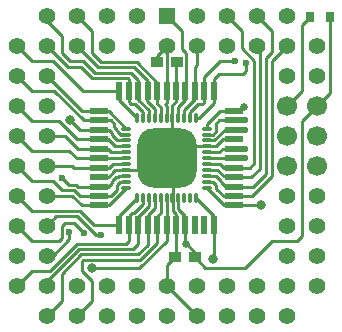
<source format=gbr>
%TF.GenerationSoftware,KiCad,Pcbnew,(6.0.4)*%
%TF.CreationDate,2022-07-16T18:09:19+02:00*%
%TF.ProjectId,AirlabMuxAtmel,4169726c-6162-44d7-9578-41746d656c2e,rev?*%
%TF.SameCoordinates,Original*%
%TF.FileFunction,Copper,L1,Top*%
%TF.FilePolarity,Positive*%
%FSLAX46Y46*%
G04 Gerber Fmt 4.6, Leading zero omitted, Abs format (unit mm)*
G04 Created by KiCad (PCBNEW (6.0.4)) date 2022-07-16 18:09:19*
%MOMM*%
%LPD*%
G01*
G04 APERTURE LIST*
G04 Aperture macros list*
%AMRoundRect*
0 Rectangle with rounded corners*
0 $1 Rounding radius*
0 $2 $3 $4 $5 $6 $7 $8 $9 X,Y pos of 4 corners*
0 Add a 4 corners polygon primitive as box body*
4,1,4,$2,$3,$4,$5,$6,$7,$8,$9,$2,$3,0*
0 Add four circle primitives for the rounded corners*
1,1,$1+$1,$2,$3*
1,1,$1+$1,$4,$5*
1,1,$1+$1,$6,$7*
1,1,$1+$1,$8,$9*
0 Add four rect primitives between the rounded corners*
20,1,$1+$1,$2,$3,$4,$5,0*
20,1,$1+$1,$4,$5,$6,$7,0*
20,1,$1+$1,$6,$7,$8,$9,0*
20,1,$1+$1,$8,$9,$2,$3,0*%
G04 Aperture macros list end*
%TA.AperFunction,SMDPad,CuDef*%
%ADD10R,0.800000X0.950000*%
%TD*%
%TA.AperFunction,SMDPad,CuDef*%
%ADD11R,1.500000X0.550000*%
%TD*%
%TA.AperFunction,SMDPad,CuDef*%
%ADD12R,0.550000X1.500000*%
%TD*%
%TA.AperFunction,SMDPad,CuDef*%
%ADD13R,1.000000X0.900000*%
%TD*%
%TA.AperFunction,SMDPad,CuDef*%
%ADD14O,0.950000X0.300000*%
%TD*%
%TA.AperFunction,SMDPad,CuDef*%
%ADD15O,0.300000X0.950000*%
%TD*%
%TA.AperFunction,SMDPad,CuDef*%
%ADD16RoundRect,1.350000X-1.150000X-1.150000X1.150000X-1.150000X1.150000X1.150000X-1.150000X1.150000X0*%
%TD*%
%TA.AperFunction,ComponentPad*%
%ADD17C,1.700000*%
%TD*%
%TA.AperFunction,ComponentPad*%
%ADD18R,1.422400X1.422400*%
%TD*%
%TA.AperFunction,ComponentPad*%
%ADD19C,1.422400*%
%TD*%
%TA.AperFunction,ViaPad*%
%ADD20C,0.800000*%
%TD*%
%TA.AperFunction,ViaPad*%
%ADD21C,0.600000*%
%TD*%
%TA.AperFunction,ViaPad*%
%ADD22C,0.650000*%
%TD*%
%TA.AperFunction,Conductor*%
%ADD23C,0.250000*%
%TD*%
G04 APERTURE END LIST*
D10*
%TO.P,R1,1,1*%
%TO.N,Net-(C2-Pad1)*%
X111594000Y-54102000D03*
%TO.P,R1,2,2*%
%TO.N,Net-(IC3-Pad34)*%
X109894000Y-54102000D03*
%TD*%
D11*
%TO.P,IC1,1,AC5/ADC5/PA5*%
%TO.N,LCD_E*%
X92090000Y-62040000D03*
%TO.P,IC1,2,AC1OUT/AC6/ADC6/PA6*%
%TO.N,LCD_RS*%
X92090000Y-62840000D03*
%TO.P,IC1,3,AC0OUT/AC7/ADC7/PA7*%
%TO.N,RST_CC*%
X92090000Y-63640000D03*
%TO.P,IC1,4,AREFB/ADC8/PB0*%
%TO.N,STRB1*%
X92090000Y-64440000D03*
%TO.P,IC1,5,ADC9/PB1*%
%TO.N,AS1*%
X92090000Y-65240000D03*
%TO.P,IC1,6,DAC0/ADC10/PB2*%
%TO.N,AS0*%
X92090000Y-66040000D03*
%TO.P,IC1,7,DAC1/ACD11/PB3*%
%TO.N,AS3*%
X92090000Y-66840000D03*
%TO.P,IC1,8,GND*%
%TO.N,Net-(C2-Pad2)*%
X92090000Y-67640000D03*
%TO.P,IC1,9,VCC*%
%TO.N,Net-(C2-Pad1)*%
X92090000Y-68440000D03*
%TO.P,IC1,10,SDAIN/SDA/~{OC0ALS}/OC0A/PC0*%
%TO.N,AS2*%
X92090000Y-69240000D03*
%TO.P,IC1,11,SCLIN/SCL/XCK0/OC0AHS/OC0B/PC1*%
%TO.N,STRB2*%
X92090000Y-70040000D03*
D12*
%TO.P,IC1,12,SDAOUT/RXD0/~{OC0BLS}/OC0C/PC2*%
%TO.N,AS4*%
X93790000Y-71740000D03*
%TO.P,IC1,13,SCLOUT/TXD0/OC0BHS/OC0D/PC3*%
%TO.N,DATA1*%
X94590000Y-71740000D03*
%TO.P,IC1,14,~{SS}/~{OC0CLS}/OC1A/PC4*%
%TO.N,CLK1*%
X95390000Y-71740000D03*
%TO.P,IC1,15,MOSI/XCK1/OC0CHS/OC1B/PC5*%
%TO.N,DATA2*%
X96190000Y-71740000D03*
%TO.P,IC1,16,CLKRTC/MISO/RXD1/~{OC0DLS}/PC6*%
%TO.N,CLK2*%
X96990000Y-71740000D03*
%TO.P,IC1,17,CLKOUT/SCK/TXD1/OC0DHS/PC7*%
%TO.N,CS_CC*%
X97790000Y-71740000D03*
%TO.P,IC1,18,GND*%
%TO.N,Net-(C2-Pad2)*%
X98590000Y-71740000D03*
%TO.P,IC1,19,VCC*%
%TO.N,Net-(C2-Pad1)*%
X99390000Y-71740000D03*
%TO.P,IC1,20,PD0/OC0A*%
%TO.N,unconnected-(IC1-Pad20)*%
X100190000Y-71740000D03*
%TO.P,IC1,21,PD1/OC0B/XCK0*%
%TO.N,unconnected-(IC1-Pad21)*%
X100990000Y-71740000D03*
%TO.P,IC1,22,PD2/OC0C/RXD0*%
%TO.N,SW4*%
X101790000Y-71740000D03*
D11*
%TO.P,IC1,23,PD3/OC0D/TXD0*%
%TO.N,SW3*%
X103490000Y-70040000D03*
%TO.P,IC1,24,PD4/OC1A/~{SS}*%
%TO.N,SW8*%
X103490000Y-69240000D03*
%TO.P,IC1,25,PD5/OC1B/XCK1/MOSI*%
%TO.N,SW7*%
X103490000Y-68440000D03*
%TO.P,IC1,26,PD6/D-/RXD1/MISO*%
%TO.N,SW6*%
X103490000Y-67640000D03*
%TO.P,IC1,27,PD7/D+/TXD1/SCK*%
%TO.N,SW5*%
X103490000Y-66840000D03*
%TO.P,IC1,28,PE0/OC0A/SDA*%
%TO.N,SDA*%
X103490000Y-66040000D03*
%TO.P,IC1,29,PE1/OC0B/XCK0/SCL*%
%TO.N,SCL*%
X103490000Y-65240000D03*
%TO.P,IC1,30,GND*%
%TO.N,Net-(C2-Pad2)*%
X103490000Y-64440000D03*
%TO.P,IC1,31,VCC*%
%TO.N,Net-(C2-Pad1)*%
X103490000Y-63640000D03*
%TO.P,IC1,32,PE2/OC0C/RXD0*%
%TO.N,RXD*%
X103490000Y-62840000D03*
%TO.P,IC1,33,PE3/OC0D/TXD0*%
%TO.N,TXD*%
X103490000Y-62040000D03*
D12*
%TO.P,IC1,34,PDI_DATA*%
%TO.N,Net-(IC3-Pad34)*%
X101790000Y-60340000D03*
%TO.P,IC1,35,~{RESET}/PDI_CLK*%
%TO.N,Net-(IC3-Pad35)*%
X100990000Y-60340000D03*
%TO.P,IC1,36,PR0/XTAL2/TOSC2*%
%TO.N,SW2*%
X100190000Y-60340000D03*
%TO.P,IC1,37,PR1/XTAL1/TOSC1*%
%TO.N,SW1*%
X99390000Y-60340000D03*
%TO.P,IC1,38,GND*%
%TO.N,Net-(C2-Pad2)*%
X98590000Y-60340000D03*
%TO.P,IC1,39,AVCC*%
%TO.N,Net-(C2-Pad1)*%
X97790000Y-60340000D03*
%TO.P,IC1,40,AREFA/AC0/ADC0/PA0*%
%TO.N,LCD_D4*%
X96990000Y-60340000D03*
%TO.P,IC1,41,AC1/ADC1/PA1*%
%TO.N,LCD_D5*%
X96190000Y-60340000D03*
%TO.P,IC1,42,AC2/ADC2/PA2*%
%TO.N,LCD_D6*%
X95390000Y-60340000D03*
%TO.P,IC1,43,AC3/ADC3/PA3*%
%TO.N,LCD_RW*%
X94590000Y-60340000D03*
%TO.P,IC1,44,AC4/ADC4/PA4*%
%TO.N,LCD_D7*%
X93790000Y-60340000D03*
%TD*%
D13*
%TO.P,C3,1,1*%
%TO.N,Net-(C2-Pad1)*%
X96940000Y-57912000D03*
%TO.P,C3,2,2*%
%TO.N,Net-(C2-Pad2)*%
X98640000Y-57912000D03*
%TD*%
%TO.P,C2,1,1*%
%TO.N,Net-(C2-Pad1)*%
X100164000Y-74422000D03*
%TO.P,C2,2,2*%
%TO.N,Net-(C2-Pad2)*%
X98464000Y-74422000D03*
%TD*%
D14*
%TO.P,IC3,1,AC5/ADC5/PA5*%
%TO.N,LCD_E*%
X94390000Y-63540000D03*
%TO.P,IC3,2,AC1OUT/AC6/ADC6/PA6*%
%TO.N,LCD_RS*%
X94390000Y-64040000D03*
%TO.P,IC3,3,AC0OUT/AC7/ADC7/PA7*%
%TO.N,RST_CC*%
X94390000Y-64540000D03*
%TO.P,IC3,4,AREFB/ADC8/PB0*%
%TO.N,STRB1*%
X94390000Y-65040000D03*
%TO.P,IC3,5,ADC9/PB1*%
%TO.N,AS1*%
X94390000Y-65540000D03*
%TO.P,IC3,6,DAC0/ADC10/PB2*%
%TO.N,AS0*%
X94390000Y-66040000D03*
%TO.P,IC3,7,DAC1/ACD11/PB3*%
%TO.N,AS3*%
X94390000Y-66540000D03*
%TO.P,IC3,8,GND*%
%TO.N,Net-(C2-Pad2)*%
X94390000Y-67040000D03*
%TO.P,IC3,9,VCC*%
%TO.N,Net-(C2-Pad1)*%
X94390000Y-67540000D03*
%TO.P,IC3,10,SDAIN/SDA/~{OC0ALS}/OC0A/PC0*%
%TO.N,AS2*%
X94390000Y-68040000D03*
%TO.P,IC3,11,SCLIN/SCL/XCK0/OC0AHS/OC0B/PC1*%
%TO.N,STRB2*%
X94390000Y-68540000D03*
D15*
%TO.P,IC3,12,SDAOUT/RXD0/~{OC0BLS}/OC0C/PC2*%
%TO.N,AS4*%
X95290000Y-69440000D03*
%TO.P,IC3,13,SCLOUT/TXD0/OC0BHS/OC0D/PC3*%
%TO.N,DATA1*%
X95790000Y-69440000D03*
%TO.P,IC3,14,~{SS}/~{OC0CLS}/OC1A/PC4*%
%TO.N,CLK1*%
X96290000Y-69440000D03*
%TO.P,IC3,15,MOSI/XCK1/OC0CHS/OC1B/PC5*%
%TO.N,DATA2*%
X96790000Y-69440000D03*
%TO.P,IC3,16,CLKRTC/MISO/RXD1/~{OC0DLS}/PC6*%
%TO.N,CLK2*%
X97290000Y-69440000D03*
%TO.P,IC3,17,CLKOUT/SCK/TXD1/OC0DHS/PC7*%
%TO.N,CS_CC*%
X97790000Y-69440000D03*
%TO.P,IC3,18,GND*%
%TO.N,Net-(C2-Pad2)*%
X98290000Y-69440000D03*
%TO.P,IC3,19,VCC*%
%TO.N,Net-(C2-Pad1)*%
X98790000Y-69440000D03*
%TO.P,IC3,20,PD0/OC0A*%
%TO.N,unconnected-(IC3-Pad20)*%
X99290000Y-69440000D03*
%TO.P,IC3,21,PD1/OC0B/XCK0*%
%TO.N,unconnected-(IC3-Pad21)*%
X99790000Y-69440000D03*
%TO.P,IC3,22,PD2/OC0C/RXD0*%
%TO.N,SW4*%
X100290000Y-69440000D03*
D14*
%TO.P,IC3,23,PD3/OC0D/TXD0*%
%TO.N,SW3*%
X101190000Y-68540000D03*
%TO.P,IC3,24,PD4/OC1A/~{SS}*%
%TO.N,SW8*%
X101190000Y-68040000D03*
%TO.P,IC3,25,PD5/OC1B/XCK1/MOSI*%
%TO.N,SW7*%
X101190000Y-67540000D03*
%TO.P,IC3,26,PD6/D-/RXD1/MISO*%
%TO.N,SW6*%
X101190000Y-67040000D03*
%TO.P,IC3,27,PD7/D+/TXD1/SCK*%
%TO.N,SW5*%
X101190000Y-66540000D03*
%TO.P,IC3,28,PE0/OC0A/SDA*%
%TO.N,SDA*%
X101190000Y-66040000D03*
%TO.P,IC3,29,PE1/OC0B/XCK0/SCL*%
%TO.N,SCL*%
X101190000Y-65540000D03*
%TO.P,IC3,30,GND*%
%TO.N,Net-(C2-Pad2)*%
X101190000Y-65040000D03*
%TO.P,IC3,31,VCC*%
%TO.N,Net-(C2-Pad1)*%
X101190000Y-64540000D03*
%TO.P,IC3,32,PE2/OC0C/RXD0*%
%TO.N,RXD*%
X101190000Y-64040000D03*
%TO.P,IC3,33,PE3/OC0D/TXD0*%
%TO.N,TXD*%
X101190000Y-63540000D03*
D15*
%TO.P,IC3,34,PDI_DATA*%
%TO.N,Net-(IC3-Pad34)*%
X100290000Y-62640000D03*
%TO.P,IC3,35,~{RESET}/PDI_CLK*%
%TO.N,Net-(IC3-Pad35)*%
X99790000Y-62640000D03*
%TO.P,IC3,36,PR0/XTAL2/TOSC2*%
%TO.N,SW2*%
X99290000Y-62640000D03*
%TO.P,IC3,37,PR1/XTAL1/TOSC1*%
%TO.N,SW1*%
X98790000Y-62640000D03*
%TO.P,IC3,38,GND*%
%TO.N,Net-(C2-Pad2)*%
X98290000Y-62640000D03*
%TO.P,IC3,39,AVCC*%
%TO.N,Net-(C2-Pad1)*%
X97790000Y-62640000D03*
%TO.P,IC3,40,AREFA/AC0/ADC0/PA0*%
%TO.N,LCD_D4*%
X97290000Y-62640000D03*
%TO.P,IC3,41,AC1/ADC1/PA1*%
%TO.N,LCD_D5*%
X96790000Y-62640000D03*
%TO.P,IC3,42,AC2/ADC2/PA2*%
%TO.N,LCD_D6*%
X96290000Y-62640000D03*
%TO.P,IC3,43,AC3/ADC3/PA3*%
%TO.N,LCD_RW*%
X95790000Y-62640000D03*
%TO.P,IC3,44,AC4/ADC4/PA4*%
%TO.N,LCD_D7*%
X95290000Y-62640000D03*
D16*
%TO.P,IC3,45,GND*%
%TO.N,Net-(C2-Pad2)*%
X97790000Y-66040000D03*
%TD*%
D17*
%TO.P,P1,1,P1*%
%TO.N,Net-(IC3-Pad34)*%
X107950000Y-61595000D03*
%TO.P,P1,2,P2*%
%TO.N,Net-(C2-Pad1)*%
X110490000Y-61595000D03*
%TO.P,P1,3,P3*%
%TO.N,unconnected-(P1-Pad3)*%
X107950000Y-64135000D03*
%TO.P,P1,4,P4*%
%TO.N,unconnected-(P1-Pad4)*%
X110490000Y-64135000D03*
%TO.P,P1,5,P5*%
%TO.N,Net-(IC3-Pad35)*%
X107950000Y-66675000D03*
%TO.P,P1,6,P6*%
%TO.N,Net-(C2-Pad2)*%
X110490000Y-66675000D03*
%TD*%
D18*
%TO.P,IC2,1,P5.0-ADC0*%
%TO.N,SW1*%
X97790000Y-53975000D03*
D19*
%TO.P,IC2,2,VDD*%
%TO.N,Net-(C2-Pad1)*%
X97790000Y-56515000D03*
%TO.P,IC2,3,STADC*%
%TO.N,unconnected-(IC2-Pad3)*%
X95250000Y-53975000D03*
%TO.P,IC2,4,PWM0/*%
%TO.N,RST_CC*%
X95250000Y-56515000D03*
%TO.P,IC2,5,PWM1/*%
%TO.N,CS_CC*%
X92710000Y-53975000D03*
%TO.P,IC2,6,EW/*%
%TO.N,unconnected-(IC2-Pad6)*%
X92710000Y-56515000D03*
%TO.P,IC2,7,P4.0-CMSR0*%
%TO.N,LCD_D4*%
X90170000Y-53975000D03*
%TO.P,IC2,8,P4.1-CMSR1*%
%TO.N,LCD_D5*%
X90170000Y-56515000D03*
%TO.P,IC2,9,P4.2-CMSR2*%
%TO.N,LCD_D6*%
X87630000Y-53975000D03*
%TO.P,IC2,10,P4.3-CMSR3*%
%TO.N,LCD_D7*%
X85090000Y-56515000D03*
%TO.P,IC2,11,P4.4-CMSR4*%
%TO.N,LCD_RW*%
X87630000Y-56515000D03*
%TO.P,IC2,12,P4.5-CMSR5*%
%TO.N,LCD_RS*%
X85090000Y-59055000D03*
%TO.P,IC2,13,P4.6-CMT0*%
%TO.N,LCD_E*%
X87630000Y-59055000D03*
%TO.P,IC2,14,P4.7-CMT1*%
%TO.N,STRB1*%
X85090000Y-61595000D03*
%TO.P,IC2,15,RST*%
%TO.N,unconnected-(IC2-Pad15)*%
X87630000Y-61595000D03*
%TO.P,IC2,16,CT0I-P1.0*%
%TO.N,AS0*%
X85090000Y-64135000D03*
%TO.P,IC2,17,CT1I-P1.1*%
%TO.N,AS1*%
X87630000Y-64135000D03*
%TO.P,IC2,18,CT2I-P1.2*%
%TO.N,AS2*%
X85090000Y-66675000D03*
%TO.P,IC2,19,CT3I-P1.3*%
%TO.N,AS3*%
X87630000Y-66675000D03*
%TO.P,IC2,20,T2-P1.4*%
%TO.N,AS4*%
X85090000Y-69215000D03*
%TO.P,IC2,21,RT2-P1.5*%
%TO.N,STRB2*%
X87630000Y-69215000D03*
%TO.P,IC2,22,CSL-P1.6*%
%TO.N,SCL*%
X85090000Y-71755000D03*
%TO.P,IC2,23,SDA-P1.7*%
%TO.N,SDA*%
X87630000Y-71755000D03*
%TO.P,IC2,24,P3.0-RXD*%
%TO.N,RXD*%
X85090000Y-74295000D03*
%TO.P,IC2,25,P3.1-TXD*%
%TO.N,TXD*%
X87630000Y-74295000D03*
%TO.P,IC2,26,P3.2-INT0/*%
%TO.N,DATA1*%
X85090000Y-76835000D03*
%TO.P,IC2,27,P3.3-INT1/*%
%TO.N,DATA2*%
X87630000Y-79375000D03*
%TO.P,IC2,28,P3.4-T0*%
%TO.N,CLK1*%
X87630000Y-76835000D03*
%TO.P,IC2,29,P3.5-T1*%
%TO.N,CLK2*%
X90170000Y-79375000D03*
%TO.P,IC2,30,P3.6-WR/*%
%TO.N,unconnected-(IC2-Pad30)*%
X90170000Y-76835000D03*
%TO.P,IC2,31,P3.7-RD/*%
%TO.N,unconnected-(IC2-Pad31)*%
X92710000Y-79375000D03*
%TO.P,IC2,32,NC1*%
%TO.N,unconnected-(IC2-Pad32)*%
X92710000Y-76835000D03*
%TO.P,IC2,33,NC2*%
%TO.N,unconnected-(IC2-Pad33)*%
X95250000Y-79375000D03*
%TO.P,IC2,34,XTAL2*%
%TO.N,unconnected-(IC2-Pad34)*%
X95250000Y-76835000D03*
%TO.P,IC2,35,XTAL1*%
%TO.N,unconnected-(IC2-Pad35)*%
X97790000Y-79375000D03*
%TO.P,IC2,36,VSS*%
%TO.N,Net-(C2-Pad2)*%
X97790000Y-76835000D03*
%TO.P,IC2,37,VSS@1*%
X100330000Y-79375000D03*
%TO.P,IC2,38,NC3*%
%TO.N,unconnected-(IC2-Pad38)*%
X100330000Y-76835000D03*
%TO.P,IC2,39,A08-P2.0*%
%TO.N,unconnected-(IC2-Pad39)*%
X102870000Y-79375000D03*
%TO.P,IC2,40,A09-P2.1*%
%TO.N,unconnected-(IC2-Pad40)*%
X102870000Y-76835000D03*
%TO.P,IC2,41,A10-P2.2*%
%TO.N,unconnected-(IC2-Pad41)*%
X105410000Y-79375000D03*
%TO.P,IC2,42,A11-P2.3*%
%TO.N,unconnected-(IC2-Pad42)*%
X105410000Y-76835000D03*
%TO.P,IC2,43,A12-P2.4*%
%TO.N,unconnected-(IC2-Pad43)*%
X107950000Y-79375000D03*
%TO.P,IC2,44,A13-P2.5*%
%TO.N,unconnected-(IC2-Pad44)*%
X110490000Y-76835000D03*
%TO.P,IC2,45,A14-P2.6*%
%TO.N,unconnected-(IC2-Pad45)*%
X107950000Y-76835000D03*
%TO.P,IC2,46,A15-P2.7*%
%TO.N,unconnected-(IC2-Pad46)*%
X110490000Y-74295000D03*
%TO.P,IC2,47,PSEN/*%
%TO.N,unconnected-(IC2-Pad47)*%
X107950000Y-74295000D03*
%TO.P,IC2,48,ALE-PROG/*%
%TO.N,unconnected-(IC2-Pad48)*%
X110490000Y-71755000D03*
%TO.P,IC2,49,EA/VPP*%
%TO.N,unconnected-(IC2-Pad49)*%
X107950000Y-71755000D03*
%TO.P,IC2,50,AD7-P0.7*%
%TO.N,unconnected-(IC2-Pad50)*%
X110490000Y-69215000D03*
%TO.P,IC2,51,AD6-P0.6*%
%TO.N,unconnected-(IC2-Pad51)*%
X107950000Y-69215000D03*
%TO.P,IC2,58,AVREF-*%
%TO.N,unconnected-(IC2-Pad58)*%
X110490000Y-59055000D03*
%TO.P,IC2,59,AVREF+*%
%TO.N,unconnected-(IC2-Pad59)*%
X107950000Y-59055000D03*
%TO.P,IC2,60,AVSS*%
%TO.N,unconnected-(IC2-Pad60)*%
X110490000Y-56515000D03*
%TO.P,IC2,61,AVDD*%
%TO.N,unconnected-(IC2-Pad61)*%
X107950000Y-53975000D03*
%TO.P,IC2,62,P5.7-ADC7*%
%TO.N,SW8*%
X107950000Y-56515000D03*
%TO.P,IC2,63,P5.6-ADC6*%
%TO.N,SW7*%
X105410000Y-53975000D03*
%TO.P,IC2,64,P5.5-ADC5*%
%TO.N,SW6*%
X105410000Y-56515000D03*
%TO.P,IC2,65,P5.4-ADC4*%
%TO.N,SW5*%
X102870000Y-53975000D03*
%TO.P,IC2,66,P5.3-ADC3*%
%TO.N,SW4*%
X102870000Y-56515000D03*
%TO.P,IC2,67,P5.2-ADC2*%
%TO.N,SW3*%
X100330000Y-53975000D03*
%TO.P,IC2,68,P5.1-ADC1*%
%TO.N,SW2*%
X100330000Y-56515000D03*
%TD*%
D20*
%TO.N,Net-(C2-Pad2)*%
X97790000Y-67691000D03*
X97790000Y-64389000D03*
X97790000Y-66040000D03*
X99314000Y-66040000D03*
X96266000Y-66040000D03*
X96266000Y-67691000D03*
X99314000Y-67691000D03*
X99314000Y-64389000D03*
X96266000Y-64389000D03*
%TO.N,SW3*%
X105791000Y-69977000D03*
%TO.N,SW4*%
X101727000Y-74549000D03*
D21*
%TO.N,SDA*%
X104404500Y-66050854D03*
X92202000Y-72517000D03*
%TO.N,SCL*%
X90807552Y-72387448D03*
X104398437Y-65251375D03*
%TO.N,RXD*%
X104404500Y-62786637D03*
D22*
%TO.N,TXD*%
X104371266Y-61730234D03*
D21*
X89535000Y-72263000D03*
D22*
%TO.N,Net-(C2-Pad1)*%
X99441000Y-73279000D03*
D21*
X104447206Y-63650673D03*
X88900000Y-67683475D03*
D20*
%TO.N,RST_CC*%
X89624500Y-62797200D03*
%TO.N,CS_CC*%
X91440000Y-75352060D03*
D21*
%TO.N,Net-(IC3-Pad35)*%
X103587224Y-57854317D03*
%TO.N,Net-(IC3-Pad34)*%
X104529562Y-57982458D03*
%TD*%
D23*
%TO.N,Net-(C2-Pad1)*%
X104436533Y-63640000D02*
X104447206Y-63650673D01*
X104497327Y-63650673D02*
X104521000Y-63627000D01*
X103490000Y-63640000D02*
X104436533Y-63640000D01*
X104447206Y-63650673D02*
X104497327Y-63650673D01*
%TO.N,SDA*%
X104393646Y-66040000D02*
X103490000Y-66040000D01*
X104404500Y-66050854D02*
X104393646Y-66040000D01*
%TO.N,SW5*%
X105224520Y-66479480D02*
X104864000Y-66840000D01*
X105224520Y-57794238D02*
X105224520Y-66479480D01*
X104864000Y-66840000D02*
X103490000Y-66840000D01*
X104140000Y-56709718D02*
X105224520Y-57794238D01*
X104140000Y-55245000D02*
X104140000Y-56709718D01*
X102870000Y-53975000D02*
X104140000Y-55245000D01*
%TO.N,Net-(C2-Pad2)*%
X98290000Y-65540000D02*
X97790000Y-66040000D01*
X98290000Y-62640000D02*
X98290000Y-65540000D01*
X98298000Y-70485000D02*
X98298000Y-66548000D01*
X98298000Y-66548000D02*
X97790000Y-66040000D01*
%TO.N,SW4*%
X101790000Y-70940000D02*
X101790000Y-71740000D01*
X100290000Y-69440000D02*
X101790000Y-70940000D01*
%TO.N,Net-(IC3-Pad34)*%
X101790000Y-61405000D02*
X101790000Y-60340000D01*
X100555000Y-62640000D02*
X101790000Y-61405000D01*
X100290000Y-62640000D02*
X100555000Y-62640000D01*
%TO.N,LCD_D7*%
X93790000Y-61151718D02*
X93790000Y-60340000D01*
X95278282Y-62640000D02*
X93790000Y-61151718D01*
X95290000Y-62640000D02*
X95278282Y-62640000D01*
%TO.N,LCD_RS*%
X88264282Y-60325000D02*
X86360000Y-60325000D01*
X86360000Y-60325000D02*
X85090000Y-59055000D01*
X92090000Y-62840000D02*
X90779282Y-62840000D01*
X94390000Y-64040000D02*
X93893928Y-64040000D01*
X93893928Y-64040000D02*
X93614031Y-63760103D01*
X93614031Y-63760103D02*
X93614031Y-63695520D01*
X93345000Y-63426489D02*
X93345000Y-63119000D01*
X93066000Y-62840000D02*
X92090000Y-62840000D01*
X90779282Y-62840000D02*
X88264282Y-60325000D01*
X93345000Y-63119000D02*
X93066000Y-62840000D01*
X93614031Y-63695520D02*
X93345000Y-63426489D01*
%TO.N,SW1*%
X99464511Y-57173511D02*
X99464511Y-60265489D01*
X98790000Y-62640000D02*
X98790000Y-61738000D01*
X99390000Y-61138000D02*
X99390000Y-60340000D01*
X99060000Y-56769000D02*
X99464511Y-57173511D01*
X99060000Y-55245000D02*
X99060000Y-56769000D01*
X99464511Y-60265489D02*
X99390000Y-60340000D01*
X98790000Y-61738000D02*
X99390000Y-61138000D01*
X97790000Y-53975000D02*
X99060000Y-55245000D01*
%TO.N,SW2*%
X100190000Y-61037218D02*
X100190000Y-60340000D01*
X100330000Y-56515000D02*
X100330000Y-58166000D01*
X99290000Y-62640000D02*
X99290000Y-61937218D01*
X99290000Y-61937218D02*
X100190000Y-61037218D01*
X100330000Y-58166000D02*
X100190000Y-58306000D01*
X100190000Y-58306000D02*
X100190000Y-60340000D01*
%TO.N,SW3*%
X103553000Y-69977000D02*
X103490000Y-70040000D01*
X105791000Y-69977000D02*
X103553000Y-69977000D01*
X102690000Y-70040000D02*
X103490000Y-70040000D01*
X101190000Y-68540000D02*
X102690000Y-70040000D01*
%TO.N,SW4*%
X101790000Y-74486000D02*
X101790000Y-71740000D01*
X101727000Y-74549000D02*
X101790000Y-74486000D01*
%TO.N,SW5*%
X102354000Y-66540000D02*
X102654000Y-66840000D01*
X102654000Y-66840000D02*
X103490000Y-66840000D01*
X101190000Y-66540000D02*
X102354000Y-66540000D01*
%TO.N,SW6*%
X102092000Y-67040000D02*
X102616000Y-67564000D01*
X105410000Y-56515000D02*
X105674040Y-56779040D01*
X105674040Y-56779040D02*
X105674040Y-66918960D01*
X102616000Y-67564000D02*
X103414000Y-67564000D01*
X105674040Y-66918960D02*
X104953000Y-67640000D01*
X101190000Y-67040000D02*
X102092000Y-67040000D01*
X104953000Y-67640000D02*
X103490000Y-67640000D01*
X103414000Y-67564000D02*
X103490000Y-67640000D01*
%TO.N,SW7*%
X101190000Y-67540000D02*
X101956282Y-67540000D01*
X106680000Y-57023000D02*
X106172000Y-57531000D01*
X101956282Y-67540000D02*
X102415489Y-67999207D01*
X106172000Y-67411000D02*
X105143000Y-68440000D01*
X106680000Y-55245000D02*
X106680000Y-57023000D01*
X102415489Y-67999207D02*
X102415489Y-68072000D01*
X105143000Y-68440000D02*
X103490000Y-68440000D01*
X106172000Y-57531000D02*
X106172000Y-67411000D01*
X102415489Y-68072000D02*
X102783489Y-68440000D01*
X102783489Y-68440000D02*
X103490000Y-68440000D01*
X105410000Y-53975000D02*
X106680000Y-55245000D01*
%TO.N,SW8*%
X101989520Y-68613542D02*
X102615978Y-69240000D01*
X105003718Y-69215000D02*
X103515000Y-69215000D01*
X107950000Y-56515000D02*
X106680000Y-57785000D01*
X101190000Y-68040000D02*
X101686072Y-68040000D01*
X106680000Y-57785000D02*
X106680000Y-67538718D01*
X103515000Y-69215000D02*
X103490000Y-69240000D01*
X106680000Y-67538718D02*
X105003718Y-69215000D01*
X102615978Y-69240000D02*
X103490000Y-69240000D01*
X101686072Y-68040000D02*
X101989520Y-68343448D01*
X101989520Y-68343448D02*
X101989520Y-68613542D01*
%TO.N,AS0*%
X85090000Y-64135000D02*
X86360000Y-65405000D01*
X89535000Y-65405000D02*
X90170000Y-66040000D01*
X90170000Y-66040000D02*
X92090000Y-66040000D01*
X94390000Y-66040000D02*
X92090000Y-66040000D01*
X86360000Y-65405000D02*
X89535000Y-65405000D01*
%TO.N,AS1*%
X90259000Y-65240000D02*
X92090000Y-65240000D01*
X93099000Y-65540000D02*
X92799000Y-65240000D01*
X89154000Y-64135000D02*
X90259000Y-65240000D01*
X92799000Y-65240000D02*
X92090000Y-65240000D01*
X87630000Y-64135000D02*
X89154000Y-64135000D01*
X94390000Y-65540000D02*
X93099000Y-65540000D01*
%TO.N,LCD_E*%
X94390000Y-63540000D02*
X94390000Y-63528283D01*
X94390000Y-63528283D02*
X92901717Y-62040000D01*
X90615000Y-62040000D02*
X87630000Y-59055000D01*
X92901717Y-62040000D02*
X92090000Y-62040000D01*
X92090000Y-62040000D02*
X90615000Y-62040000D01*
%TO.N,LCD_D4*%
X96990000Y-61427129D02*
X96990000Y-60340000D01*
X97290000Y-62640000D02*
X97290000Y-61727129D01*
X96990000Y-60340000D02*
X96990000Y-59651282D01*
X91440000Y-55245000D02*
X90170000Y-53975000D01*
X96990000Y-59651282D02*
X95250718Y-57912000D01*
X97290000Y-61727129D02*
X96990000Y-61427129D01*
X92202000Y-57912000D02*
X91440000Y-57150000D01*
X95250718Y-57912000D02*
X92202000Y-57912000D01*
X91440000Y-57150000D02*
X91440000Y-55245000D01*
%TO.N,LCD_D5*%
X96790000Y-61862847D02*
X96140076Y-61212923D01*
X96790000Y-62640000D02*
X96790000Y-61862847D01*
X96140076Y-61212923D02*
X96140076Y-60389924D01*
X96190000Y-59487000D02*
X95064520Y-58361520D01*
X92015802Y-58361520D02*
X90170000Y-56515718D01*
X90170000Y-56515718D02*
X90170000Y-56515000D01*
X95064520Y-58361520D02*
X92015802Y-58361520D01*
X96140076Y-60389924D02*
X96190000Y-60340000D01*
X96190000Y-60340000D02*
X96190000Y-59487000D01*
%TO.N,LCD_D6*%
X95390000Y-60340000D02*
X95390000Y-59449000D01*
X95390000Y-61098565D02*
X95390000Y-60340000D01*
X96290000Y-61998565D02*
X95390000Y-61098565D01*
X94752040Y-58811040D02*
X91704040Y-58811040D01*
X95390000Y-59449000D02*
X94752040Y-58811040D01*
X88900000Y-55689500D02*
X87630000Y-54419500D01*
X96290000Y-62640000D02*
X96290000Y-61998565D01*
X90736480Y-57843480D02*
X89594198Y-57843480D01*
X88900000Y-57149282D02*
X88900000Y-55689500D01*
X91704040Y-58811040D02*
X90736480Y-57843480D01*
X87630000Y-54419500D02*
X87630000Y-53975000D01*
X89594198Y-57843480D02*
X88900000Y-57149282D01*
%TO.N,LCD_D7*%
X90693000Y-60340000D02*
X88138000Y-57785000D01*
X93790000Y-60340000D02*
X90693000Y-60340000D01*
X88138000Y-57785000D02*
X86360000Y-57785000D01*
X86360000Y-57785000D02*
X85090000Y-56515000D01*
%TO.N,LCD_RW*%
X95790000Y-62134282D02*
X95123718Y-61468000D01*
X94742000Y-61468000D02*
X94590000Y-61316000D01*
X95123718Y-61468000D02*
X94742000Y-61468000D01*
X87630000Y-56515000D02*
X89408000Y-58293000D01*
X94590000Y-59340000D02*
X94590000Y-60340000D01*
X91517842Y-59260560D02*
X94510560Y-59260560D01*
X94510560Y-59260560D02*
X94590000Y-59340000D01*
X89408000Y-58293000D02*
X90550282Y-58293000D01*
X90550282Y-58293000D02*
X91517842Y-59260560D01*
X95790000Y-62640000D02*
X95790000Y-62134282D01*
X94590000Y-61316000D02*
X94590000Y-60340000D01*
%TO.N,AS2*%
X88958480Y-68765480D02*
X89975198Y-68765480D01*
X93054282Y-69240000D02*
X92090000Y-69240000D01*
X90449718Y-69240000D02*
X92090000Y-69240000D01*
X94390000Y-68040000D02*
X93876480Y-68040000D01*
X89975198Y-68765480D02*
X90449718Y-69240000D01*
X93590480Y-68703802D02*
X93054282Y-69240000D01*
X93590480Y-68326000D02*
X93590480Y-68703802D01*
X86360000Y-67945000D02*
X88138000Y-67945000D01*
X93876480Y-68040000D02*
X93590480Y-68326000D01*
X88138000Y-67945000D02*
X88958480Y-68765480D01*
X85090000Y-66675000D02*
X86360000Y-67945000D01*
%TO.N,AS3*%
X89789000Y-66675000D02*
X89954000Y-66840000D01*
X89954000Y-66840000D02*
X92090000Y-66840000D01*
X87630000Y-66675000D02*
X89789000Y-66675000D01*
X93226000Y-66540000D02*
X92926000Y-66840000D01*
X92926000Y-66840000D02*
X92090000Y-66840000D01*
X94390000Y-66540000D02*
X93226000Y-66540000D01*
%TO.N,AS4*%
X90428520Y-70489520D02*
X91679000Y-71740000D01*
X93790000Y-70940000D02*
X93790000Y-71740000D01*
X95290000Y-69440000D02*
X93790000Y-70940000D01*
X86364520Y-70489520D02*
X90428520Y-70489520D01*
X91679000Y-71740000D02*
X93790000Y-71740000D01*
X85090000Y-69215000D02*
X86364520Y-70489520D01*
%TO.N,STRB2*%
X87630000Y-69215000D02*
X89789000Y-69215000D01*
X90614000Y-70040000D02*
X92090000Y-70040000D01*
X92890000Y-70040000D02*
X92090000Y-70040000D01*
X94390000Y-68540000D02*
X92890000Y-70040000D01*
X89789000Y-69215000D02*
X90614000Y-70040000D01*
%TO.N,SDA*%
X92202000Y-72517000D02*
X91820282Y-72517000D01*
X88445960Y-70939040D02*
X87630000Y-71755000D01*
X101190000Y-66040000D02*
X103490000Y-66040000D01*
X90242322Y-70939040D02*
X88445960Y-70939040D01*
X91820282Y-72517000D02*
X90242322Y-70939040D01*
%TO.N,SCL*%
X85090000Y-71755000D02*
X86360000Y-73025000D01*
X102527000Y-65240000D02*
X103490000Y-65240000D01*
X102227000Y-65540000D02*
X102527000Y-65240000D01*
X101190000Y-65540000D02*
X102227000Y-65540000D01*
X88646000Y-73025000D02*
X88900000Y-72771000D01*
X89916000Y-71501000D02*
X90170000Y-71755000D01*
X88900000Y-72771000D02*
X88900000Y-71755000D01*
X89154000Y-71501000D02*
X89916000Y-71501000D01*
X86360000Y-73025000D02*
X88646000Y-73025000D01*
X103501375Y-65251375D02*
X103490000Y-65240000D01*
X90805000Y-72390000D02*
X90807552Y-72387448D01*
X88900000Y-71755000D02*
X89154000Y-71501000D01*
X104398437Y-65251375D02*
X103501375Y-65251375D01*
X90170000Y-71755000D02*
X90805000Y-72390000D01*
%TO.N,STRB1*%
X92824500Y-64440000D02*
X92090000Y-64440000D01*
X93424500Y-65040000D02*
X92824500Y-64440000D01*
X88646000Y-62865000D02*
X86360000Y-62865000D01*
X94390000Y-65040000D02*
X93424500Y-65040000D01*
X86360000Y-62865000D02*
X85090000Y-61595000D01*
X90221000Y-64440000D02*
X88646000Y-62865000D01*
X92090000Y-64440000D02*
X90221000Y-64440000D01*
%TO.N,RXD*%
X101989520Y-63736552D02*
X101989520Y-63127520D01*
X101989520Y-63127520D02*
X101981000Y-63119000D01*
X102260000Y-62840000D02*
X103490000Y-62840000D01*
X101190000Y-64040000D02*
X101686072Y-64040000D01*
X101686072Y-64040000D02*
X101989520Y-63736552D01*
X101981000Y-63119000D02*
X102260000Y-62840000D01*
%TO.N,TXD*%
X88138000Y-74295000D02*
X87630000Y-74295000D01*
X104371266Y-61730234D02*
X104061500Y-62040000D01*
X101190000Y-63540000D02*
X101190000Y-63148000D01*
X102298000Y-62040000D02*
X103490000Y-62040000D01*
X89535000Y-72263000D02*
X89535000Y-72898000D01*
X101190000Y-63148000D02*
X102298000Y-62040000D01*
X104061500Y-62040000D02*
X103490000Y-62040000D01*
X89535000Y-72898000D02*
X88138000Y-74295000D01*
%TO.N,DATA1*%
X86360000Y-75565000D02*
X87884000Y-75565000D01*
X94869000Y-70665489D02*
X94590000Y-70944489D01*
X95060583Y-70665489D02*
X94869000Y-70665489D01*
X94590000Y-70944489D02*
X94590000Y-71740000D01*
X95790000Y-69936072D02*
X95060583Y-70665489D01*
X85090000Y-76835000D02*
X86360000Y-75565000D01*
X94361000Y-73279000D02*
X94590000Y-73050000D01*
X90170000Y-73279000D02*
X94361000Y-73279000D01*
X87884000Y-75565000D02*
X90170000Y-73279000D01*
X94590000Y-73050000D02*
X94590000Y-71740000D01*
X95790000Y-69440000D02*
X95790000Y-69936072D01*
%TO.N,DATA2*%
X95366960Y-74178040D02*
X96190000Y-73355000D01*
X96190000Y-73355000D02*
X96190000Y-71740000D01*
X88900000Y-75820436D02*
X90542396Y-74178040D01*
X96790000Y-69440000D02*
X96790000Y-70265978D01*
X90542396Y-74178040D02*
X95366960Y-74178040D01*
X88900000Y-78105000D02*
X88900000Y-75820436D01*
X96790000Y-70265978D02*
X96190000Y-70865978D01*
X96190000Y-70865978D02*
X96190000Y-71740000D01*
X87630000Y-79375000D02*
X88900000Y-78105000D01*
%TO.N,CLK1*%
X95390000Y-73266000D02*
X95390000Y-71740000D01*
X96290000Y-69440000D02*
X96290000Y-70080000D01*
X87630000Y-76835000D02*
X87630000Y-76454718D01*
X96290000Y-70080000D02*
X95390000Y-70980000D01*
X94927480Y-73728520D02*
X95390000Y-73266000D01*
X87630000Y-76454718D02*
X90356198Y-73728520D01*
X90356198Y-73728520D02*
X94927480Y-73728520D01*
X95390000Y-70980000D02*
X95390000Y-71740000D01*
%TO.N,CLK2*%
X91440000Y-76454000D02*
X90599007Y-75613007D01*
X96990000Y-73190718D02*
X96990000Y-71740000D01*
X96990000Y-70965489D02*
X96990000Y-71740000D01*
X95553157Y-74627560D02*
X96990000Y-73190718D01*
X90728594Y-74627560D02*
X95553157Y-74627560D01*
X90599007Y-75613007D02*
X90599007Y-74757147D01*
X97290000Y-70665489D02*
X96990000Y-70965489D01*
X90599007Y-74757147D02*
X90728594Y-74627560D01*
X97290000Y-69440000D02*
X97290000Y-70665489D01*
X90170000Y-79375000D02*
X91440000Y-78105000D01*
X91440000Y-78105000D02*
X91440000Y-76454000D01*
%TO.N,Net-(C2-Pad2)*%
X98590000Y-57962000D02*
X98640000Y-57912000D01*
X98552000Y-74334000D02*
X98552000Y-74168000D01*
X101190000Y-65040000D02*
X101965718Y-65040000D01*
X92090000Y-67640000D02*
X92862511Y-67640000D01*
X100330000Y-79375000D02*
X97790000Y-76835000D01*
X98290000Y-61565000D02*
X98590000Y-61265000D01*
X98590000Y-61265000D02*
X98590000Y-60340000D01*
X98590000Y-71740000D02*
X98590000Y-70777000D01*
X93399379Y-67065480D02*
X96764520Y-67065480D01*
X98590000Y-74130000D02*
X98590000Y-71740000D01*
X98590000Y-70777000D02*
X98298000Y-70485000D01*
X102565718Y-64440000D02*
X103490000Y-64440000D01*
X93164511Y-67338000D02*
X93164511Y-67300348D01*
X98290000Y-62640000D02*
X98290000Y-61565000D01*
X98790000Y-65040000D02*
X97790000Y-66040000D01*
X101190000Y-65040000D02*
X98790000Y-65040000D01*
X96764520Y-67065480D02*
X97790000Y-66040000D01*
X97790000Y-76835000D02*
X97790000Y-75096000D01*
X98552000Y-74168000D02*
X98590000Y-74130000D01*
X93164511Y-67300348D02*
X93399379Y-67065480D01*
X101965718Y-65040000D02*
X102565718Y-64440000D01*
X98590000Y-60340000D02*
X98590000Y-57962000D01*
X98464000Y-74422000D02*
X98552000Y-74334000D01*
X97790000Y-75096000D02*
X98464000Y-74422000D01*
X92862511Y-67640000D02*
X93164511Y-67338000D01*
%TO.N,Net-(C2-Pad1)*%
X111594000Y-60491000D02*
X110490000Y-61595000D01*
X100330000Y-74168000D02*
X100291000Y-74207000D01*
X98790000Y-69440000D02*
X98790000Y-70341282D01*
X97790000Y-61595000D02*
X97663000Y-61468000D01*
X89532485Y-68315960D02*
X90161395Y-68315960D01*
X94390000Y-67540000D02*
X93751435Y-67540000D01*
X109220000Y-72390000D02*
X109220000Y-72644000D01*
X93663217Y-67628218D02*
X93534782Y-67628218D01*
X90285435Y-68440000D02*
X92090000Y-68440000D01*
X97790000Y-60340000D02*
X97790000Y-56515000D01*
X104394000Y-75311000D02*
X101053000Y-75311000D01*
X110490000Y-61595000D02*
X109220000Y-62865000D01*
X109220000Y-62865000D02*
X109220000Y-72390000D01*
X99441000Y-73279000D02*
X100330000Y-74168000D01*
X93534782Y-67628218D02*
X93164511Y-67998489D01*
X102730000Y-63640000D02*
X103490000Y-63640000D01*
X99441000Y-73279000D02*
X99390000Y-73228000D01*
X101053000Y-75311000D02*
X100164000Y-74422000D01*
X90161395Y-68315960D02*
X90285435Y-68440000D01*
X96940000Y-57365000D02*
X97790000Y-56515000D01*
X111594000Y-54102000D02*
X111594000Y-60491000D01*
X98790000Y-70341282D02*
X99390000Y-70941282D01*
X106680000Y-73025000D02*
X104394000Y-75311000D01*
X97790000Y-61341000D02*
X97790000Y-60340000D01*
X96940000Y-57912000D02*
X96940000Y-57365000D01*
X93164511Y-67998489D02*
X93164511Y-68125489D01*
X99390000Y-73228000D02*
X99390000Y-71740000D01*
X88900000Y-67683475D02*
X89532485Y-68315960D01*
X93164511Y-68125489D02*
X92850000Y-68440000D01*
X97790000Y-62640000D02*
X97790000Y-61595000D01*
X97663000Y-61468000D02*
X97790000Y-61341000D01*
X99390000Y-70941282D02*
X99390000Y-71740000D01*
X92850000Y-68440000D02*
X92090000Y-68440000D01*
X101190000Y-64540000D02*
X101830000Y-64540000D01*
X93751435Y-67540000D02*
X93663217Y-67628218D01*
X108839000Y-73025000D02*
X106680000Y-73025000D01*
X109220000Y-72644000D02*
X108839000Y-73025000D01*
X101830000Y-64540000D02*
X102730000Y-63640000D01*
%TO.N,RST_CC*%
X90454300Y-63627000D02*
X91015489Y-63627000D01*
X93623718Y-64540000D02*
X93164511Y-64080793D01*
X94390000Y-64540000D02*
X93623718Y-64540000D01*
X91028489Y-63640000D02*
X92090000Y-63640000D01*
X93164511Y-63914000D02*
X92890511Y-63640000D01*
X93164511Y-64080793D02*
X93164511Y-63914000D01*
X89624500Y-62797200D02*
X90454300Y-63627000D01*
X92890511Y-63640000D02*
X92090000Y-63640000D01*
X91015489Y-63627000D02*
X91028489Y-63640000D01*
%TO.N,CS_CC*%
X97790000Y-73026436D02*
X97790000Y-71740000D01*
X91440000Y-75352060D02*
X95464376Y-75352060D01*
X97790000Y-69440000D02*
X97790000Y-71740000D01*
X95464376Y-75352060D02*
X97790000Y-73026436D01*
%TO.N,Net-(IC3-Pad35)*%
X102292683Y-57854317D02*
X100990000Y-59157000D01*
X100990000Y-59157000D02*
X100990000Y-60340000D01*
X100891489Y-61414511D02*
X100990000Y-61316000D01*
X100457000Y-61468000D02*
X100510489Y-61414511D01*
X100510489Y-61414511D02*
X100891489Y-61414511D01*
X99790000Y-62143928D02*
X100457000Y-61476928D01*
X103587224Y-57854317D02*
X102292683Y-57854317D01*
X99790000Y-62640000D02*
X99790000Y-62143928D01*
X100990000Y-61316000D02*
X100990000Y-60340000D01*
X100457000Y-61476928D02*
X100457000Y-61468000D01*
%TO.N,Net-(IC3-Pad34)*%
X109220000Y-54776000D02*
X109894000Y-54102000D01*
X104529562Y-57982458D02*
X104529562Y-58665438D01*
X104529562Y-58665438D02*
X104267000Y-58928000D01*
X102235000Y-58928000D02*
X101790000Y-59373000D01*
X109220000Y-60325000D02*
X109220000Y-54776000D01*
X101790000Y-59373000D02*
X101790000Y-60340000D01*
X107950000Y-61595000D02*
X109220000Y-60325000D01*
X104267000Y-58928000D02*
X102235000Y-58928000D01*
%TD*%
M02*

</source>
